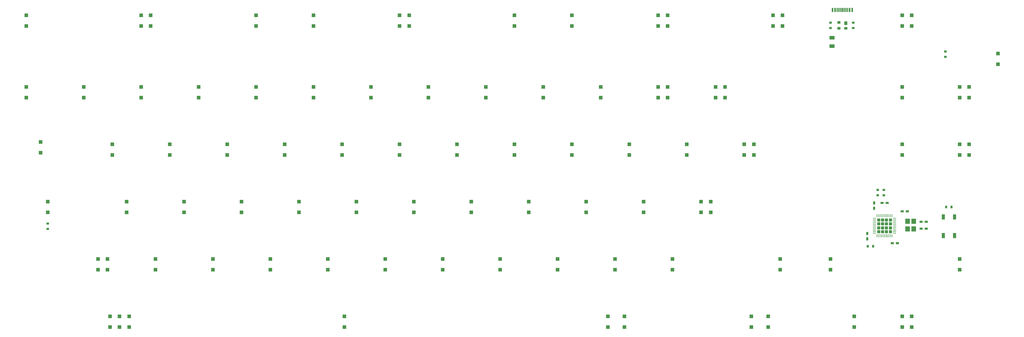
<source format=gbp>
G04 #@! TF.GenerationSoftware,KiCad,Pcbnew,(6.0.1-0)*
G04 #@! TF.CreationDate,2022-01-18T02:04:34+01:00*
G04 #@! TF.ProjectId,KBD8X-MK2,4b424438-582d-44d4-9b32-2e6b69636164,rev?*
G04 #@! TF.SameCoordinates,Original*
G04 #@! TF.FileFunction,Paste,Bot*
G04 #@! TF.FilePolarity,Positive*
%FSLAX46Y46*%
G04 Gerber Fmt 4.6, Leading zero omitted, Abs format (unit mm)*
G04 Created by KiCad (PCBNEW (6.0.1-0)) date 2022-01-18 02:04:34*
%MOMM*%
%LPD*%
G01*
G04 APERTURE LIST*
G04 Aperture macros list*
%AMRoundRect*
0 Rectangle with rounded corners*
0 $1 Rounding radius*
0 $2 $3 $4 $5 $6 $7 $8 $9 X,Y pos of 4 corners*
0 Add a 4 corners polygon primitive as box body*
4,1,4,$2,$3,$4,$5,$6,$7,$8,$9,$2,$3,0*
0 Add four circle primitives for the rounded corners*
1,1,$1+$1,$2,$3*
1,1,$1+$1,$4,$5*
1,1,$1+$1,$6,$7*
1,1,$1+$1,$8,$9*
0 Add four rect primitives between the rounded corners*
20,1,$1+$1,$2,$3,$4,$5,0*
20,1,$1+$1,$4,$5,$6,$7,0*
20,1,$1+$1,$6,$7,$8,$9,0*
20,1,$1+$1,$8,$9,$2,$3,0*%
G04 Aperture macros list end*
%ADD10R,1.000000X1.200000*%
%ADD11R,1.000000X0.900000*%
%ADD12R,0.600000X1.450000*%
%ADD13R,0.300000X1.450000*%
%ADD14R,1.100000X1.800000*%
%ADD15R,1.000000X0.750000*%
%ADD16R,0.750000X1.000000*%
%ADD17R,1.200000X1.200000*%
%ADD18RoundRect,0.250000X0.625000X-0.375000X0.625000X0.375000X-0.625000X0.375000X-0.625000X-0.375000X0*%
%ADD19R,0.900000X0.800000*%
%ADD20R,0.800000X0.900000*%
%ADD21R,1.500000X1.700000*%
%ADD22RoundRect,0.250000X-0.275000X0.275000X-0.275000X-0.275000X0.275000X-0.275000X0.275000X0.275000X0*%
%ADD23RoundRect,0.062500X-0.062500X0.475000X-0.062500X-0.475000X0.062500X-0.475000X0.062500X0.475000X0*%
%ADD24RoundRect,0.062500X-0.475000X0.062500X-0.475000X-0.062500X0.475000X-0.062500X0.475000X0.062500X0*%
G04 APERTURE END LIST*
D10*
X413968000Y-154836250D03*
D11*
X413968000Y-156536250D03*
X411668000Y-156536250D03*
X411668000Y-154636250D03*
D12*
X409561250Y-150487125D03*
X410336250Y-150487125D03*
D13*
X411036250Y-150487125D03*
X411536250Y-150487125D03*
X412036250Y-150487125D03*
X412536250Y-150487125D03*
X413036250Y-150487125D03*
X413536250Y-150487125D03*
X414036250Y-150487125D03*
X414536250Y-150487125D03*
D12*
X415236250Y-150487125D03*
X416011250Y-150487125D03*
D14*
X449958125Y-225361250D03*
X446258125Y-219161250D03*
X446258125Y-225361250D03*
X449958125Y-219161250D03*
D15*
X427638000Y-214546000D03*
X425938000Y-214546000D03*
X438892000Y-220769000D03*
X440592000Y-220769000D03*
D16*
X423359000Y-214585000D03*
X423359000Y-216285000D03*
X421073000Y-224745000D03*
X421073000Y-226445000D03*
D15*
X434369000Y-217340000D03*
X432669000Y-217340000D03*
D17*
X142117500Y-155798750D03*
X142117500Y-152198750D03*
X180217500Y-155798750D03*
X180217500Y-152198750D03*
X183392500Y-155798750D03*
X183392500Y-152198750D03*
X218317500Y-155798750D03*
X218317500Y-152198750D03*
X265942500Y-155798750D03*
X265942500Y-152198750D03*
X269117500Y-155798750D03*
X269117500Y-152198750D03*
X304042500Y-155798750D03*
X304042500Y-152198750D03*
X323092500Y-155798750D03*
X323092500Y-152198750D03*
X351667500Y-155798750D03*
X351667500Y-152198750D03*
X354842500Y-155798750D03*
X354842500Y-152198750D03*
X389767500Y-155798750D03*
X389767500Y-152198750D03*
X392942500Y-155798750D03*
X392942500Y-152198750D03*
X165930000Y-236761250D03*
X165930000Y-233161250D03*
X142117500Y-179611250D03*
X142117500Y-176011250D03*
X161167500Y-179611250D03*
X161167500Y-176011250D03*
X180217500Y-179611250D03*
X180217500Y-176011250D03*
X199267500Y-179611250D03*
X199267500Y-176011250D03*
X218317500Y-179611250D03*
X218317500Y-176011250D03*
X237367500Y-179611250D03*
X237367500Y-176011250D03*
X256417500Y-179611250D03*
X256417500Y-176011250D03*
X275467500Y-179611250D03*
X275467500Y-176011250D03*
X294517500Y-179611250D03*
X294517500Y-176011250D03*
X313567500Y-179611250D03*
X313567500Y-176011250D03*
X332617500Y-179611250D03*
X332617500Y-176011250D03*
X351667500Y-179611250D03*
X351667500Y-176011250D03*
X354842500Y-179611250D03*
X354842500Y-176011250D03*
X373892500Y-179611250D03*
X373892500Y-176011250D03*
X370717500Y-179611250D03*
X370717500Y-176011250D03*
X146880000Y-197867500D03*
X146880000Y-194267500D03*
X170692500Y-198661250D03*
X170692500Y-195061250D03*
X189742500Y-198661250D03*
X189742500Y-195061250D03*
X208792500Y-198661250D03*
X208792500Y-195061250D03*
X227842500Y-198661250D03*
X227842500Y-195061250D03*
X246892500Y-198661250D03*
X246892500Y-195061250D03*
X265942500Y-198661250D03*
X265942500Y-195061250D03*
X284992500Y-198661250D03*
X284992500Y-195061250D03*
X304042500Y-198661250D03*
X304042500Y-195061250D03*
X323092500Y-198661250D03*
X323092500Y-195061250D03*
X342142500Y-198661250D03*
X342142500Y-195061250D03*
X361192500Y-198661250D03*
X361192500Y-195061250D03*
X380242500Y-198661250D03*
X380242500Y-195061250D03*
X383417500Y-198661250D03*
X383417500Y-195061250D03*
X149261250Y-217711250D03*
X149261250Y-214111250D03*
X175455000Y-217711250D03*
X175455000Y-214111250D03*
X194505000Y-217711250D03*
X194505000Y-214111250D03*
X213555000Y-217711250D03*
X213555000Y-214111250D03*
X232605000Y-217711250D03*
X232605000Y-214111250D03*
X251655000Y-217711250D03*
X251655000Y-214111250D03*
X270705000Y-217711250D03*
X270705000Y-214111250D03*
X289755000Y-217711250D03*
X289755000Y-214111250D03*
X308805000Y-217711250D03*
X308805000Y-214111250D03*
X327855000Y-217711250D03*
X327855000Y-214111250D03*
X346905000Y-217711250D03*
X346905000Y-214111250D03*
X365955000Y-217711250D03*
X365955000Y-214111250D03*
X369130000Y-217711250D03*
X369130000Y-214111250D03*
X408817500Y-236761250D03*
X408817500Y-233161250D03*
X169105000Y-236761250D03*
X169105000Y-233161250D03*
X184980000Y-236761250D03*
X184980000Y-233161250D03*
X204030000Y-236761250D03*
X204030000Y-233161250D03*
X223080000Y-236761250D03*
X223080000Y-233161250D03*
X242130000Y-236761250D03*
X242130000Y-233161250D03*
X261180000Y-236761250D03*
X261180000Y-233161250D03*
X280230000Y-236761250D03*
X280230000Y-233161250D03*
X299280000Y-236761250D03*
X299280000Y-233161250D03*
X318330000Y-236761250D03*
X318330000Y-233161250D03*
X337380000Y-236761250D03*
X337380000Y-233161250D03*
X356430000Y-236761250D03*
X356430000Y-233161250D03*
X392148750Y-236761250D03*
X392148750Y-233161250D03*
X382623750Y-255811250D03*
X382623750Y-252211250D03*
X388180000Y-255811250D03*
X388180000Y-252211250D03*
X173073750Y-255811250D03*
X173073750Y-252211250D03*
X169898750Y-255811250D03*
X169898750Y-252211250D03*
X176248750Y-255811250D03*
X176248750Y-252211250D03*
X247686250Y-255811250D03*
X247686250Y-252211250D03*
X334998750Y-255811250D03*
X334998750Y-252211250D03*
X340555000Y-255811250D03*
X340555000Y-252211250D03*
X432630000Y-155798750D03*
X432630000Y-152198750D03*
X435805000Y-155798750D03*
X435805000Y-152198750D03*
X464380000Y-168498750D03*
X464380000Y-164898750D03*
X432630000Y-179611250D03*
X432630000Y-176011250D03*
X451680000Y-179611250D03*
X451680000Y-176011250D03*
X454855000Y-179611250D03*
X454855000Y-176011250D03*
X432630000Y-198661250D03*
X432630000Y-195061250D03*
X451680000Y-198661250D03*
X451680000Y-195061250D03*
X454855000Y-198661250D03*
X454855000Y-195061250D03*
X451680000Y-236761250D03*
X451680000Y-233161250D03*
X416755000Y-255811250D03*
X416755000Y-252211250D03*
X435805000Y-255811250D03*
X435805000Y-252211250D03*
X432630000Y-255811250D03*
X432630000Y-252211250D03*
D18*
X409389000Y-162479000D03*
X409389000Y-159679000D03*
D19*
X446917500Y-166011250D03*
X446917500Y-164211250D03*
X149261250Y-223161250D03*
X149261250Y-221361250D03*
X424502000Y-212017000D03*
X424502000Y-210217000D03*
X426534000Y-210217000D03*
X426534000Y-212017000D03*
D20*
X449008125Y-215911250D03*
X447208125Y-215911250D03*
X422989000Y-228897000D03*
X421189000Y-228897000D03*
D19*
X416358125Y-156486250D03*
X416358125Y-154686250D03*
D21*
X434424000Y-223162000D03*
X434424000Y-220662000D03*
X436424000Y-220662000D03*
X436424000Y-223162000D03*
D15*
X438892000Y-223055000D03*
X440592000Y-223055000D03*
D22*
X426122125Y-224100125D03*
X426122125Y-220200125D03*
X424822125Y-224100125D03*
X427422125Y-222800125D03*
X428722125Y-221500125D03*
X427422125Y-220200125D03*
X424822125Y-221500125D03*
X428722125Y-222800125D03*
X428722125Y-220200125D03*
X426122125Y-222800125D03*
X427422125Y-224100125D03*
X424822125Y-222800125D03*
X428722125Y-224100125D03*
X424822125Y-220200125D03*
X427422125Y-221500125D03*
X426122125Y-221500125D03*
D23*
X424272125Y-218812625D03*
X424772125Y-218812625D03*
X425272125Y-218812625D03*
X425772125Y-218812625D03*
X426272125Y-218812625D03*
X426772125Y-218812625D03*
X427272125Y-218812625D03*
X427772125Y-218812625D03*
X428272125Y-218812625D03*
X428772125Y-218812625D03*
X429272125Y-218812625D03*
D24*
X430109625Y-219650125D03*
X430109625Y-220150125D03*
X430109625Y-220650125D03*
X430109625Y-221150125D03*
X430109625Y-221650125D03*
X430109625Y-222150125D03*
X430109625Y-222650125D03*
X430109625Y-223150125D03*
X430109625Y-223650125D03*
X430109625Y-224150125D03*
X430109625Y-224650125D03*
D23*
X429272125Y-225487625D03*
X428772125Y-225487625D03*
X428272125Y-225487625D03*
X427772125Y-225487625D03*
X427272125Y-225487625D03*
X426772125Y-225487625D03*
X426272125Y-225487625D03*
X425772125Y-225487625D03*
X425272125Y-225487625D03*
X424772125Y-225487625D03*
X424272125Y-225487625D03*
D24*
X423434625Y-224650125D03*
X423434625Y-224150125D03*
X423434625Y-223650125D03*
X423434625Y-223150125D03*
X423434625Y-222650125D03*
X423434625Y-222150125D03*
X423434625Y-221650125D03*
X423434625Y-221150125D03*
X423434625Y-220650125D03*
X423434625Y-220150125D03*
X423434625Y-219650125D03*
D17*
X237367500Y-155798750D03*
X237367500Y-152198750D03*
D15*
X431067000Y-227881000D03*
X429367000Y-227881000D03*
D19*
X408817500Y-156486250D03*
X408817500Y-154686250D03*
M02*

</source>
